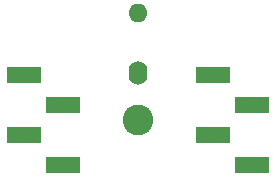
<source format=gbr>
G04 #@! TF.GenerationSoftware,KiCad,Pcbnew,(5.0.0)*
G04 #@! TF.CreationDate,2018-11-17T14:05:54+01:00*
G04 #@! TF.ProjectId,refPhotoDiode_MDversion,72656650686F746F44696F64655F4D44,rev?*
G04 #@! TF.SameCoordinates,Original*
G04 #@! TF.FileFunction,Soldermask,Top*
G04 #@! TF.FilePolarity,Negative*
%FSLAX46Y46*%
G04 Gerber Fmt 4.6, Leading zero omitted, Abs format (unit mm)*
G04 Created by KiCad (PCBNEW (5.0.0)) date 11/17/18 14:05:54*
%MOMM*%
%LPD*%
G01*
G04 APERTURE LIST*
%ADD10R,2.910000X1.400000*%
%ADD11O,1.600000X2.000000*%
%ADD12O,1.600000X1.600000*%
%ADD13C,2.600000*%
G04 APERTURE END LIST*
D10*
G04 #@! TO.C,J1*
X140345000Y-91190000D03*
X140345000Y-96270000D03*
X143655000Y-93730000D03*
X143655000Y-98810000D03*
G04 #@! TD*
D11*
G04 #@! TO.C,D1*
X150000000Y-91000000D03*
D12*
X150000000Y-85920000D03*
G04 #@! TD*
D10*
G04 #@! TO.C,J2*
X159655000Y-98810000D03*
X159655000Y-93730000D03*
X156345000Y-96270000D03*
X156345000Y-91190000D03*
G04 #@! TD*
D13*
G04 #@! TO.C,REF\002A\002A*
X150000000Y-95000000D03*
G04 #@! TD*
M02*

</source>
